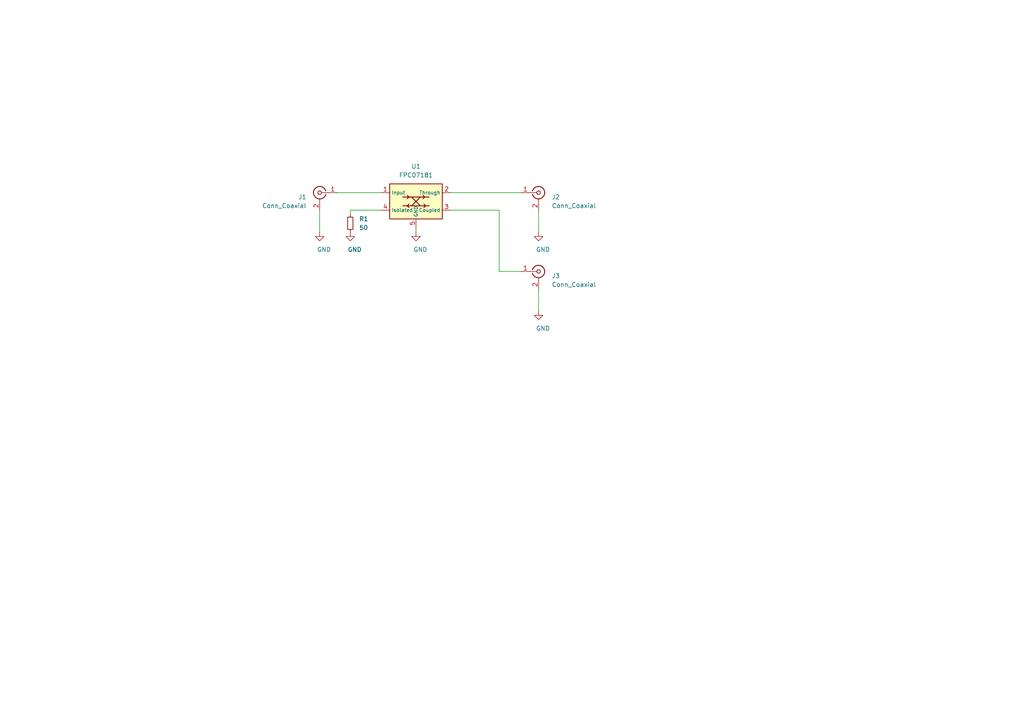
<source format=kicad_sch>
(kicad_sch (version 20201015) (generator eeschema)
  (paper "A4")
  (lib_symbols
    (symbol "Connector:Conn_Coaxial" (pin_names (offset 1.016) hide)
      (property "Reference" "J" (at 0.254 3.048 0))
      (property "Value" "Conn_Coaxial" (at 2.921 0 90))
      (symbol "Conn_Coaxial_0_1"
        (arc (start -1.778 0.508) (end 1.778 0) (radius (at -0.0508 0) (length 1.8034) (angles 163.6 0)) (stroke (width 0.254)))
        (arc (start 1.778 0) (end -1.778 -0.508) (radius (at -0.0254 0) (length 1.8034) (angles 0 -163.8)) (stroke (width 0.254)))
        (circle (center 0 0) (radius 0.508) (stroke (width 0.2032)))
        (polyline (pts (xy -2.54 0) (xy -0.508 0)))
        (polyline (pts (xy 0 -2.54) (xy 0 -1.778)))
      )
      (symbol "Conn_Coaxial_1_1"
        (pin passive line (at -5.08 0 0) (length 2.54) (name "In") (number "1"))
        (pin passive line (at 0 -5.08 90) (length 2.54) (name "Ext") (number "2"))
      )
    )
    (symbol "Device:R_Small" (pin_numbers hide) (pin_names (offset 0.254) hide)
      (property "Reference" "R" (at 0.762 0.508 0))
      (property "Value" "R_Small" (at 0.762 -1.016 0))
      (symbol "R_Small_0_1"
        (rectangle (start -0.762 1.778) (end 0.762 -1.778) (stroke (width 0.2032)))
      )
      (symbol "R_Small_1_1"
        (pin passive line (at 0 2.54 270) (length 0.762) (name "~") (number "1"))
        (pin passive line (at 0 -2.54 90) (length 0.762) (name "~") (number "2"))
      )
    )
    (symbol "jtk_rf:FPC07181"
      (property "Reference" "U" (at -6.35 7.62 0))
      (property "Value" "FPC07181" (at -2.54 10.16 0))
      (symbol "FPC07181_0_1"
        (rectangle (start -7.62 5.08) (end 7.62 -5.08) (stroke (width 0.254)) (fill (type background)))
      )
      (symbol "FPC07181_1_1"
        (polyline (pts (xy -3.81 -1.27) (xy 3.81 -1.27)) (stroke (width 0.254)))
        (polyline (pts (xy -3.81 1.27) (xy 3.81 1.27)) (stroke (width 0.254)))
        (polyline (pts (xy -2.54 -1.27) (xy -2.032 -1.778)) (stroke (width 0.254)))
        (polyline (pts (xy -2.54 1.778) (xy -2.032 1.27)) (stroke (width 0.254)))
        (polyline (pts (xy -2.032 -0.762) (xy -2.54 -1.27)) (stroke (width 0.254)))
        (polyline (pts (xy -2.032 1.27) (xy -2.54 0.762)) (stroke (width 0.254)))
        (polyline (pts (xy -1.27 1.27) (xy 1.27 -1.27)) (stroke (width 0.254)))
        (polyline (pts (xy 1.27 1.27) (xy -1.27 -1.27)) (stroke (width 0.254)))
        (polyline (pts (xy 2.032 1.778) (xy 2.54 1.27)) (stroke (width 0.254)))
        (polyline (pts (xy 2.286 -0.762) (xy 2.794 -1.27)) (stroke (width 0.254)))
        (polyline (pts (xy 2.54 1.27) (xy 2.032 0.762)) (stroke (width 0.254)))
        (polyline (pts (xy 2.794 -1.27) (xy 2.286 -1.778)) (stroke (width 0.254)))
        (pin input line (at -10.16 2.54 0) (length 2.54) (name "Input") (number "1"))
        (pin output line (at 10.16 -2.54 180) (length 2.54) (name "Coupled") (number "3"))
        (pin power_in line (at 0 -7.62 90) (length 2.54) (name "GND") (number "5"))
        (pin output line (at -10.16 -2.54 0) (length 2.54) (name "Isolated") (number "4"))
        (pin output line (at 10.16 2.54 180) (length 2.54) (name "Through") (number "2"))
      )
    )
    (symbol "power:GND" (power) (pin_names (offset 0))
      (property "Value" "GND" (at 0 -3.81 0))
      (symbol "GND_0_1"
        (polyline (pts (xy 0 0) (xy 0 -1.27) (xy 1.27 -1.27) (xy 0 -2.54) (xy -1.27 -1.27) (xy 0 -1.27)))
      )
      (symbol "GND_1_1"
        (pin power_in line (at 0 0 270) (length 0) hide (name "GND") (number "1"))
      )
    )
  )
  (wire (pts (xy 92.71 60.96) (xy 92.71 67.31)))
  (wire (pts (xy 97.79 55.88) (xy 110.49 55.88)))
  (wire (pts (xy 101.6 60.96) (xy 110.49 60.96)))
  (wire (pts (xy 101.6 62.23) (xy 101.6 60.96)))
  (wire (pts (xy 120.65 66.04) (xy 120.65 67.31)))
  (wire (pts (xy 130.81 55.88) (xy 151.13 55.88)))
  (wire (pts (xy 130.81 60.96) (xy 144.78 60.96)))
  (wire (pts (xy 144.78 60.96) (xy 144.78 78.74)))
  (wire (pts (xy 144.78 78.74) (xy 151.13 78.74)))
  (wire (pts (xy 156.21 60.96) (xy 156.21 67.31)))
  (wire (pts (xy 156.21 83.82) (xy 156.21 90.17)))
  (symbol (lib_id "power:GND") (at 92.71 67.31 0) (unit 1)
    (property "Reference" "#PWR01" (effects hide))
    (property "Value" "GND" (at 93.98 72.39 0))
  )
  (symbol (lib_id "power:GND") (at 101.6 67.31 0) (unit 1)
    (property "Reference" "#PWR0101" (effects hide))
    (property "Value" "GND" (at 102.87 72.39 0))
  )
  (symbol (lib_id "power:GND") (at 120.65 67.31 0) (unit 1)
    (property "Reference" "#PWR0103" (effects hide))
    (property "Value" "GND" (at 121.92 72.39 0))
  )
  (symbol (lib_id "power:GND") (at 156.21 67.31 0) (unit 1)
    (property "Reference" "#PWR03" (effects hide))
    (property "Value" "GND" (at 157.48 72.39 0))
  )
  (symbol (lib_id "power:GND") (at 156.21 90.17 0) (unit 1)
    (property "Reference" "#PWR0102" (effects hide))
    (property "Value" "GND" (at 157.48 95.25 0))
  )
  (symbol (lib_id "Device:R_Small") (at 101.6 64.77 0) (unit 1)
    (property "Reference" "R1" (at 104.14 63.5 0) (effects (justify left)))
    (property "Value" "50" (at 104.14 66.04 0) (effects (justify left)))
    (property "Footprint" "Resistor_SMD:R_0402_1005Metric" (effects hide))
  )
  (symbol (lib_id "Connector:Conn_Coaxial") (at 92.71 55.88 0) (mirror y) (unit 1)
    (property "Reference" "J1" (at 88.9 57.15 0) (effects (justify left)))
    (property "Value" "Conn_Coaxial" (at 88.9 59.69 0) (effects (justify left)))
    (property "Footprint" "jtk_rf_footprints:sw_edge_oshpark_4layer" (effects hide))
    (property "Datasheet" " ~" (effects hide))
  )
  (symbol (lib_id "Connector:Conn_Coaxial") (at 156.21 55.88 0) (unit 1)
    (property "Reference" "J2" (at 160.02 57.15 0) (effects (justify left)))
    (property "Value" "Conn_Coaxial" (at 160.02 59.69 0) (effects (justify left)))
    (property "Footprint" "jtk_rf_footprints:sw_edge_oshpark_4layer" (effects hide))
    (property "Datasheet" " ~" (effects hide))
  )
  (symbol (lib_id "Connector:Conn_Coaxial") (at 156.21 78.74 0) (unit 1)
    (property "Reference" "J3" (at 160.02 80.01 0) (effects (justify left)))
    (property "Value" "Conn_Coaxial" (at 160.02 82.55 0) (effects (justify left)))
    (property "Footprint" "jtk_rf_footprints:sw_edge_oshpark_4layer" (effects hide))
    (property "Datasheet" " ~" (effects hide))
  )
  (symbol (lib_id "jtk_rf:FPC07181") (at 120.65 58.42 0) (unit 1)
    (property "Reference" "U1" (at 120.65 48.26 0))
    (property "Value" "FPC07181" (at 120.65 50.8 0))
    (property "Footprint" "jtk_rf_footprints:FPC07181" (effects hide))
    (property "Datasheet" "https://www.knowlescapacitors.com/getattachment/Products/Microwave-Products/Couplers/FPC07181_Datasheet.pdf.aspx?lang=en-US" (effects hide))
    (property "mfg" "Knowles" (effects hide))
    (property "mpn" "FPC07181" (effects hide))
    (property "digikey#" "1761-1032-ND" (effects hide))
  )
)
</source>
